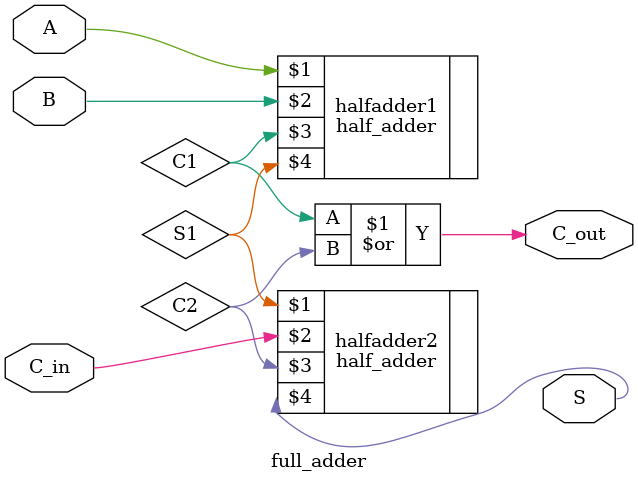
<source format=v>
`timescale 1ns / 1ps

module full_adder(A,B,C_in,S,C_out);
input A,B,C_in;
wire C1,C2,S1;
output C_out,S;
half_adder halfadder1(A,B,C1,S1);
half_adder halfadder2(S1,C_in,C2,S);
or(C_out,C1,C2);
endmodule

</source>
